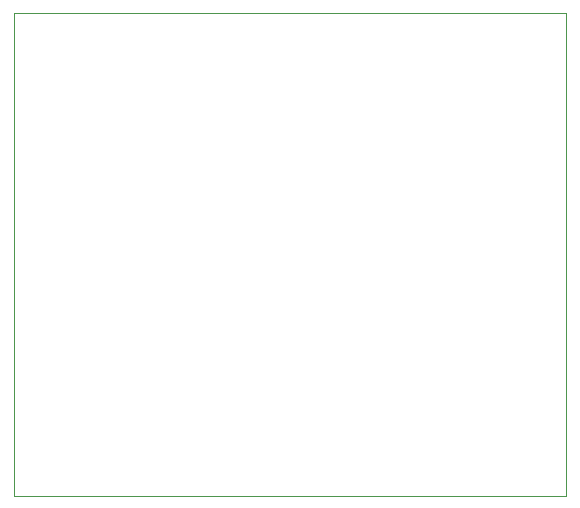
<source format=gbr>
G04 #@! TF.GenerationSoftware,KiCad,Pcbnew,(5.1.5)-3*
G04 #@! TF.CreationDate,2020-01-25T15:55:35+03:00*
G04 #@! TF.ProjectId,CASIO PB-1000 YM2413 Soundcard,43415349-4f20-4504-922d-313030302059,rev?*
G04 #@! TF.SameCoordinates,Original*
G04 #@! TF.FileFunction,Profile,NP*
%FSLAX46Y46*%
G04 Gerber Fmt 4.6, Leading zero omitted, Abs format (unit mm)*
G04 Created by KiCad (PCBNEW (5.1.5)-3) date 2020-01-25 15:55:35*
%MOMM*%
%LPD*%
G04 APERTURE LIST*
%ADD10C,0.050000*%
G04 APERTURE END LIST*
D10*
X112268000Y-129794000D02*
X112268000Y-88900000D01*
X159004000Y-129794000D02*
X112268000Y-129794000D01*
X159004000Y-88900000D02*
X159004000Y-129794000D01*
X112268000Y-88900000D02*
X159004000Y-88900000D01*
M02*

</source>
